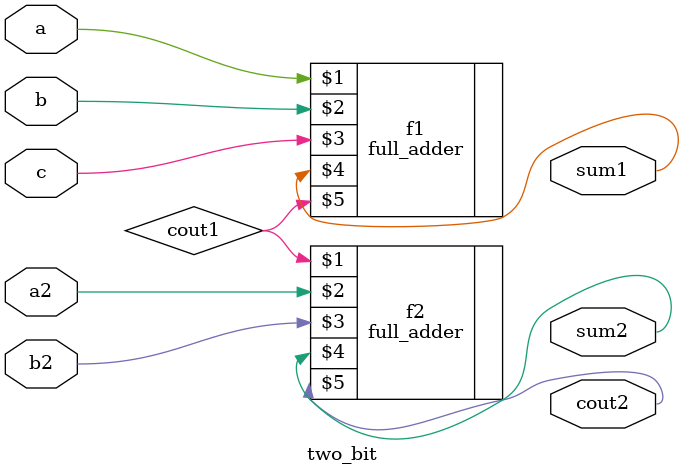
<source format=sv>
`timescale 1ns / 1ps


module two_bit(
    input a,
    input b,
    input c,
    input a2,
    input b2,
    output sum1,
    output cout2,
    output sum2
    );
    logic cout1;
full_adder f1(a,b,c,sum1,cout1);
full_adder f2(cout1,a2,b2,sum2,cout2);                    

endmodule

</source>
